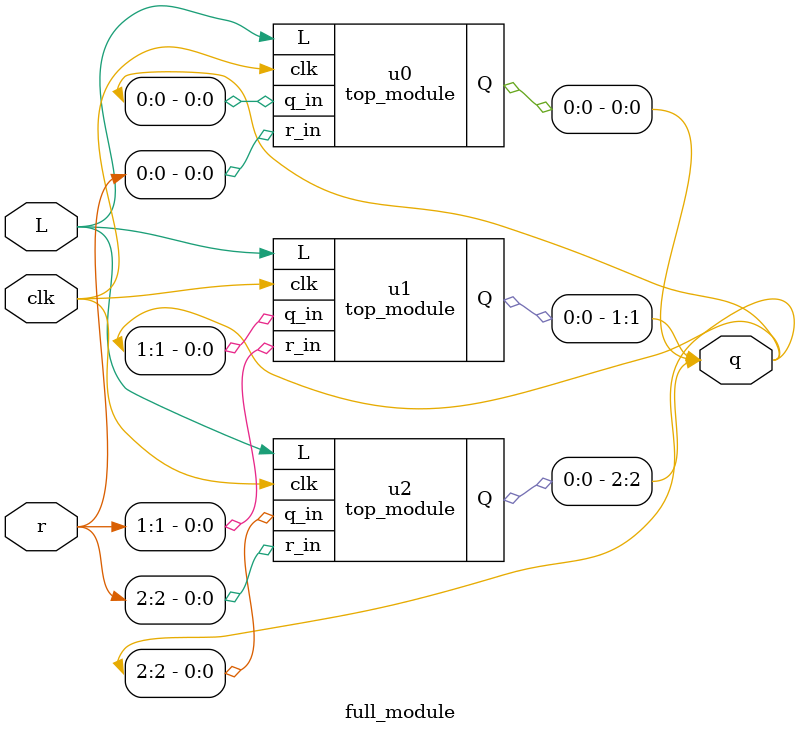
<source format=v>

module top_module(
    input clk,
    input L,
    input q_in,
    input r_in,
    output reg Q
);

// Flip-flop
always @(posedge clk) begin
    if (L) begin
        Q <= r_in;
    end else begin
        Q <= q_in;
    end
end

endmodule

// Define the main module "full_module"
module full_module (
    input [2:0] r,
    input L,
    input clk,
    output reg [2:0] q
);

// Instantiate the top_module three times
top_module u0 (
    .clk(clk),
    .L(L),
    .q_in(q[0]),
    .r_in(r[0]),
    .Q(q[0])
);

top_module u1 (
    .clk(clk),
    .L(L),
    .q_in(q[1]),
    .r_in(r[1]),
    .Q(q[1])
);

top_module u2 (
    .clk(clk),
    .L(L),
    .q_in(q[2]),
    .r_in(r[2]),
    .Q(q[2])
);

endmodule

</source>
